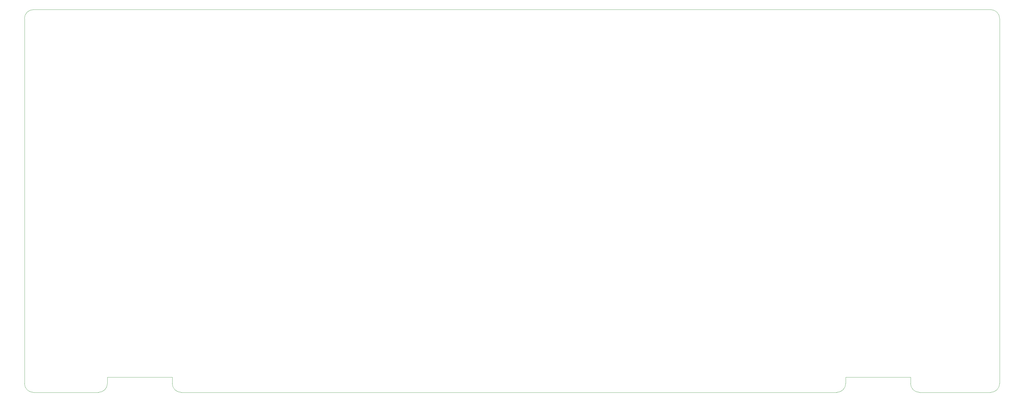
<source format=gm1>
G04 #@! TF.GenerationSoftware,KiCad,Pcbnew,5.1.9+dfsg1-1*
G04 #@! TF.CreationDate,2021-12-31T17:51:14+01:00*
G04 #@! TF.ProjectId,Atari130MX,41746172-6931-4333-904d-582e6b696361,E*
G04 #@! TF.SameCoordinates,Original*
G04 #@! TF.FileFunction,Profile,NP*
%FSLAX46Y46*%
G04 Gerber Fmt 4.6, Leading zero omitted, Abs format (unit mm)*
G04 Created by KiCad (PCBNEW 5.1.9+dfsg1-1) date 2021-12-31 17:51:14*
%MOMM*%
%LPD*%
G01*
G04 APERTURE LIST*
G04 #@! TA.AperFunction,Profile*
%ADD10C,0.050000*%
G04 #@! TD*
G04 APERTURE END LIST*
D10*
X325000000Y-152160000D02*
X349060000Y-152160000D01*
X322000000Y-149160000D02*
G75*
G03*
X325000000Y-152160000I3000000J0D01*
G01*
X300100000Y-147060000D02*
X300100000Y-149160000D01*
X322000000Y-147060000D02*
X322000000Y-149160000D01*
X300100000Y-147060000D02*
X322000000Y-147060000D01*
X300100000Y-149160000D02*
G75*
G02*
X297100000Y-152160000I-3000000J0D01*
G01*
X75760000Y-152160000D02*
X297100000Y-152160000D01*
X72760000Y-147060000D02*
X72760000Y-149160000D01*
X72760000Y-149160000D02*
G75*
G03*
X75760000Y-152160000I3000000J0D01*
G01*
X50860000Y-147060000D02*
X72760000Y-147060000D01*
X50860000Y-147060000D02*
X50860000Y-149160000D01*
X50860000Y-149160000D02*
G75*
G02*
X47860000Y-152160000I-3000000J0D01*
G01*
X25860000Y-152160000D02*
X47860000Y-152160000D01*
X352060000Y-149160000D02*
G75*
G02*
X349060000Y-152160000I-3000000J0D01*
G01*
X349060000Y-22860000D02*
G75*
G02*
X352060000Y-25860000I0J-3000000D01*
G01*
X25860000Y-152160000D02*
G75*
G02*
X22860000Y-149160000I0J3000000D01*
G01*
X22860000Y-25860000D02*
G75*
G02*
X25860000Y-22860000I3000000J0D01*
G01*
X352060000Y-25860000D02*
X352060000Y-149160000D01*
X25860000Y-22860000D02*
X349060000Y-22860000D01*
X22860000Y-25860000D02*
X22860000Y-149160000D01*
M02*

</source>
